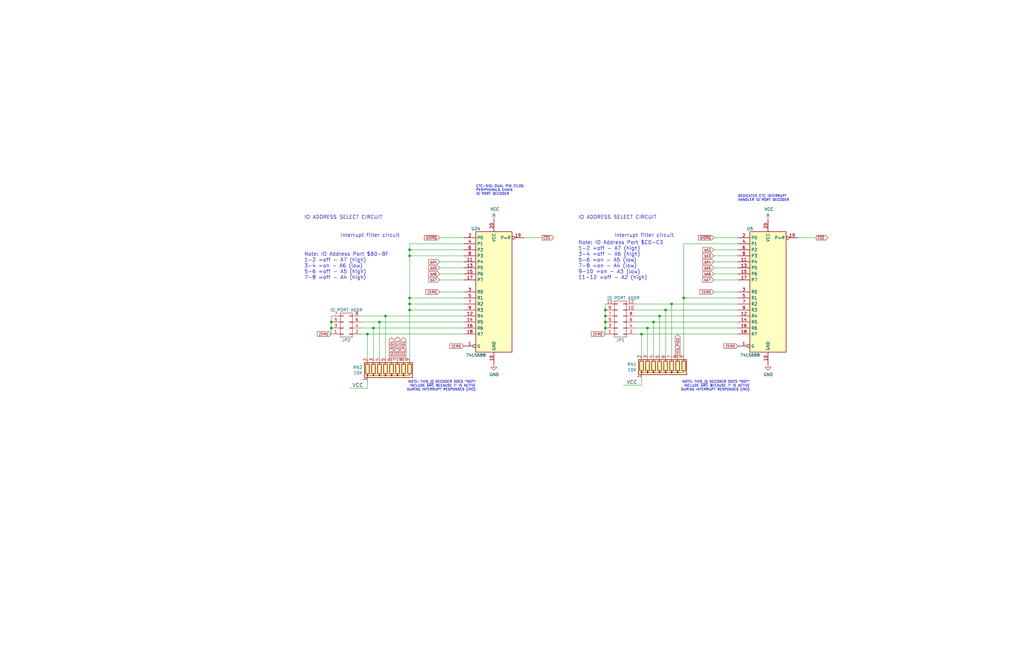
<source format=kicad_sch>
(kicad_sch (version 20211123) (generator eeschema)
  (paper "B")
  (lib_symbols
    (symbol "74xx:74LS688"
      (property "Reference" "U" (at -7.62 26.67 0))
      (property "Value" "74LS688" (at -7.62 -26.67 0))
      (symbol "74LS688_1_0"
        (pin input inverted (at -12.7 -22.86 0) (length 5.08) (name "G") (number "1"))
        (pin power_in line (at 0 -30.48 90) (length 5.08) (name "GND") (number "10"))
        (pin input line (at -12.7 12.7 0) (length 5.08) (name "P4") (number "11"))
        (pin input line (at -12.7 -10.16 0) (length 5.08) (name "R4") (number "12"))
        (pin input line (at -12.7 10.16 0) (length 5.08) (name "P5") (number "13"))
        (pin input line (at -12.7 -12.7 0) (length 5.08) (name "R5") (number "14"))
        (pin input line (at -12.7 7.62 0) (length 5.08) (name "P6") (number "15"))
        (pin input line (at -12.7 -15.24 0) (length 5.08) (name "R6") (number "16"))
        (pin input line (at -12.7 5.08 0) (length 5.08) (name "P7") (number "17"))
        (pin input line (at -12.7 -17.78 0) (length 5.08) (name "R7") (number "18"))
        (pin output inverted (at 12.7 22.86 180) (length 5.08) (name "P=R") (number "19"))
        (pin input line (at -12.7 22.86 0) (length 5.08) (name "P0") (number "2"))
        (pin power_in line (at 0 30.48 270) (length 5.08) (name "VCC") (number "20"))
        (pin input line (at -12.7 0 0) (length 5.08) (name "R0") (number "3"))
        (pin input line (at -12.7 20.32 0) (length 5.08) (name "P1") (number "4"))
        (pin input line (at -12.7 -2.54 0) (length 5.08) (name "R1") (number "5"))
        (pin input line (at -12.7 17.78 0) (length 5.08) (name "P2") (number "6"))
        (pin input line (at -12.7 -5.08 0) (length 5.08) (name "R2") (number "7"))
        (pin input line (at -12.7 15.24 0) (length 5.08) (name "P3") (number "8"))
        (pin input line (at -12.7 -7.62 0) (length 5.08) (name "R3") (number "9"))
      )
      (symbol "74LS688_1_1"
        (rectangle (start -7.62 25.4) (end 7.62 -25.4) (stroke (width 0.254)) (fill (type background)))
      )
    )
    (symbol "input-output.Zilog-rescue:CONN_02X04-conn" (pin_names (offset 0.0254) hide)
      (property "Reference" "J" (at 0 6.35 0))
      (property "Value" "CONN_02X04-conn" (at 0 -6.35 0))
      (symbol "CONN_02X04-conn_0_1"
        (rectangle (start -2.54 -3.683) (end -1.27 -3.937))
        (rectangle (start -2.54 -1.143) (end -1.27 -1.397))
        (rectangle (start -2.54 1.397) (end -1.27 1.143))
        (rectangle (start -2.54 3.937) (end -1.27 3.683))
        (rectangle (start -2.54 5.08) (end 2.54 -5.08))
        (rectangle (start 1.27 -3.683) (end 2.54 -3.937))
        (rectangle (start 1.27 -1.143) (end 2.54 -1.397))
        (rectangle (start 1.27 1.397) (end 2.54 1.143))
        (rectangle (start 1.27 3.937) (end 2.54 3.683))
      )
      (symbol "CONN_02X04-conn_1_1"
        (pin passive line (at -6.35 3.81 0) (length 3.81) (name "P1") (number "1"))
        (pin passive line (at 6.35 3.81 180) (length 3.81) (name "P2") (number "2"))
        (pin passive line (at -6.35 1.27 0) (length 3.81) (name "P3") (number "3"))
        (pin passive line (at 6.35 1.27 180) (length 3.81) (name "P4") (number "4"))
        (pin passive line (at -6.35 -1.27 0) (length 3.81) (name "P5") (number "5"))
        (pin passive line (at 6.35 -1.27 180) (length 3.81) (name "P6") (number "6"))
        (pin passive line (at -6.35 -3.81 0) (length 3.81) (name "P7") (number "7"))
        (pin passive line (at 6.35 -3.81 180) (length 3.81) (name "P8") (number "8"))
      )
    )
    (symbol "input-output.Zilog-rescue:CONN_02X06-conn" (pin_names (offset 0.0254) hide)
      (property "Reference" "J" (at 0 8.89 0))
      (property "Value" "CONN_02X06-conn" (at 0 -8.89 0))
      (symbol "CONN_02X06-conn_0_1"
        (rectangle (start -2.54 -6.223) (end -1.27 -6.477))
        (rectangle (start -2.54 -3.683) (end -1.27 -3.937))
        (rectangle (start -2.54 -1.143) (end -1.27 -1.397))
        (rectangle (start -2.54 1.397) (end -1.27 1.143))
        (rectangle (start -2.54 3.937) (end -1.27 3.683))
        (rectangle (start -2.54 6.477) (end -1.27 6.223))
        (rectangle (start -2.54 7.62) (end 2.54 -7.62))
        (rectangle (start 1.27 -6.223) (end 2.54 -6.477))
        (rectangle (start 1.27 -3.683) (end 2.54 -3.937))
        (rectangle (start 1.27 -1.143) (end 2.54 -1.397))
        (rectangle (start 1.27 1.397) (end 2.54 1.143))
        (rectangle (start 1.27 3.937) (end 2.54 3.683))
        (rectangle (start 1.27 6.477) (end 2.54 6.223))
      )
      (symbol "CONN_02X06-conn_1_1"
        (pin passive line (at -6.35 6.35 0) (length 3.81) (name "P1") (number "1"))
        (pin passive line (at 6.35 -3.81 180) (length 3.81) (name "P10") (number "10"))
        (pin passive line (at -6.35 -6.35 0) (length 3.81) (name "P11") (number "11"))
        (pin passive line (at 6.35 -6.35 180) (length 3.81) (name "P12") (number "12"))
        (pin passive line (at 6.35 6.35 180) (length 3.81) (name "P2") (number "2"))
        (pin passive line (at -6.35 3.81 0) (length 3.81) (name "P3") (number "3"))
        (pin passive line (at 6.35 3.81 180) (length 3.81) (name "P4") (number "4"))
        (pin passive line (at -6.35 1.27 0) (length 3.81) (name "P5") (number "5"))
        (pin passive line (at 6.35 1.27 180) (length 3.81) (name "P6") (number "6"))
        (pin passive line (at -6.35 -1.27 0) (length 3.81) (name "P7") (number "7"))
        (pin passive line (at 6.35 -1.27 180) (length 3.81) (name "P8") (number "8"))
        (pin passive line (at -6.35 -3.81 0) (length 3.81) (name "P9") (number "9"))
      )
    )
    (symbol "input-output.Zilog-rescue:R_Network08-device" (pin_names (offset 0) hide)
      (property "Reference" "RN" (at -12.7 0 90))
      (property "Value" "R_Network08-device" (at 10.16 0 90))
      (symbol "R_Network08-device_0_1"
        (rectangle (start -11.43 -3.175) (end 8.89 3.175) (stroke (width 0.254)) (fill (type background)))
        (rectangle (start -10.922 1.524) (end -9.398 -2.54) (stroke (width 0.254)))
        (circle (center -10.16 2.286) (radius 0.254) (fill (type outline)))
        (rectangle (start -8.382 1.524) (end -6.858 -2.54) (stroke (width 0.254)))
        (circle (center -7.62 2.286) (radius 0.254) (fill (type outline)))
        (rectangle (start -5.842 1.524) (end -4.318 -2.54) (stroke (width 0.254)))
        (circle (center -5.08 2.286) (radius 0.254) (fill (type outline)))
        (rectangle (start -3.302 1.524) (end -1.778 -2.54) (stroke (width 0.254)))
        (circle (center -2.54 2.286) (radius 0.254) (fill (type outline)))
        (rectangle (start -0.762 1.524) (end 0.762 -2.54) (stroke (width 0.254)))
        (polyline (pts (xy -10.16 -2.54) (xy -10.16 -3.81)))
        (polyline (pts (xy -7.62 -2.54) (xy -7.62 -3.81)))
        (polyline (pts (xy -5.08 -2.54) (xy -5.08 -3.81)))
        (polyline (pts (xy -2.54 -2.54) (xy -2.54 -3.81)))
        (polyline (pts (xy 0 -2.54) (xy 0 -3.81)))
        (polyline (pts (xy 2.54 -2.54) (xy 2.54 -3.81)))
        (polyline (pts (xy 5.08 -2.54) (xy 5.08 -3.81)))
        (polyline (pts (xy 7.62 -2.54) (xy 7.62 -3.81)))
        (polyline (pts (xy -10.16 1.524) (xy -10.16 2.286) (xy -7.62 2.286) (xy -7.62 1.524)))
        (polyline (pts (xy -7.62 1.524) (xy -7.62 2.286) (xy -5.08 2.286) (xy -5.08 1.524)))
        (polyline (pts (xy -5.08 1.524) (xy -5.08 2.286) (xy -2.54 2.286) (xy -2.54 1.524)))
        (polyline (pts (xy -2.54 1.524) (xy -2.54 2.286) (xy 0 2.286) (xy 0 1.524)))
        (polyline (pts (xy 0 1.524) (xy 0 2.286) (xy 2.54 2.286) (xy 2.54 1.524)))
        (polyline (pts (xy 2.54 1.524) (xy 2.54 2.286) (xy 5.08 2.286) (xy 5.08 1.524)))
        (polyline (pts (xy 5.08 1.524) (xy 5.08 2.286) (xy 7.62 2.286) (xy 7.62 1.524)))
        (circle (center 0 2.286) (radius 0.254) (fill (type outline)))
        (rectangle (start 1.778 1.524) (end 3.302 -2.54) (stroke (width 0.254)))
        (circle (center 2.54 2.286) (radius 0.254) (fill (type outline)))
        (rectangle (start 4.318 1.524) (end 5.842 -2.54) (stroke (width 0.254)))
        (circle (center 5.08 2.286) (radius 0.254) (fill (type outline)))
        (rectangle (start 6.858 1.524) (end 8.382 -2.54) (stroke (width 0.254)))
      )
      (symbol "R_Network08-device_1_1"
        (pin passive line (at -10.16 5.08 270) (length 2.54) (name "common") (number "1"))
        (pin passive line (at -10.16 -5.08 90) (length 1.27) (name "R1") (number "2"))
        (pin passive line (at -7.62 -5.08 90) (length 1.27) (name "R2") (number "3"))
        (pin passive line (at -5.08 -5.08 90) (length 1.27) (name "R3") (number "4"))
        (pin passive line (at -2.54 -5.08 90) (length 1.27) (name "R4") (number "5"))
        (pin passive line (at 0 -5.08 90) (length 1.27) (name "R5") (number "6"))
        (pin passive line (at 2.54 -5.08 90) (length 1.27) (name "R6") (number "7"))
        (pin passive line (at 5.08 -5.08 90) (length 1.27) (name "R7") (number "8"))
        (pin passive line (at 7.62 -5.08 90) (length 1.27) (name "R8") (number "9"))
      )
    )
    (symbol "power:GND" (power) (pin_names (offset 0))
      (property "Value" "GND" (at 0 -3.81 0))
      (symbol "GND_0_1"
        (polyline (pts (xy 0 0) (xy 0 -1.27) (xy 1.27 -1.27) (xy 0 -2.54) (xy -1.27 -1.27) (xy 0 -1.27)))
      )
      (symbol "GND_1_1"
        (pin power_in line (at 0 0 270) (length 0) hide (name "GND") (number "1"))
      )
    )
    (symbol "power:VCC" (power) (pin_names (offset 0))
      (property "Value" "VCC" (at 0 3.81 0))
      (symbol "VCC_0_1"
        (polyline (pts (xy -0.762 1.27) (xy 0 2.54)))
        (polyline (pts (xy 0 0) (xy 0 2.54)))
        (polyline (pts (xy 0 2.54) (xy 0.762 1.27)))
      )
      (symbol "VCC_1_1"
        (pin power_in line (at 0 0 90) (length 0) hide (name "VCC") (number "1"))
      )
    )
  )
  (junction (at 139.7 138.43))
  (junction (at 160.02 135.89))
  (junction (at 172.72 130.81))
  (junction (at 172.72 107.95))
  (junction (at 172.72 128.27))
  (junction (at 162.56 133.35))
  (junction (at 255.27 135.89))
  (junction (at 273.05 138.43))
  (junction (at 280.67 130.81))
  (junction (at 157.48 138.43))
  (junction (at 139.7 135.89))
  (junction (at 154.94 140.97))
  (junction (at 255.27 130.81))
  (junction (at 172.72 125.73))
  (junction (at 275.59 135.89))
  (junction (at 255.27 133.35))
  (junction (at 172.72 105.41))
  (junction (at 288.29 125.73))
  (junction (at 255.27 138.43))
  (junction (at 270.51 140.97))
  (junction (at 283.21 128.27))
  (junction (at 278.13 133.35))
  (wire (pts (xy 152.4 138.43) (xy 157.48 138.43)))
  (wire (pts (xy 139.7 135.89) (xy 139.7 138.43)))
  (wire (pts (xy 160.02 151.13) (xy 160.02 135.89)))
  (wire (pts (xy 185.42 118.11) (xy 195.58 118.11)))
  (wire (pts (xy 255.27 133.35) (xy 255.27 135.89)))
  (wire (pts (xy 255.27 138.43) (xy 255.27 140.97)))
  (wire (pts (xy 288.29 102.87) (xy 311.15 102.87)))
  (wire (pts (xy 300.99 118.11) (xy 311.15 118.11)))
  (wire (pts (xy 195.58 125.73) (xy 172.72 125.73)))
  (wire (pts (xy 336.55 100.33) (xy 344.17 100.33)))
  (wire (pts (xy 185.42 100.33) (xy 195.58 100.33)))
  (wire (pts (xy 172.72 130.81) (xy 172.72 128.27)))
  (wire (pts (xy 275.59 135.89) (xy 311.15 135.89)))
  (wire (pts (xy 185.42 113.03) (xy 195.58 113.03)))
  (wire (pts (xy 300.99 105.41) (xy 311.15 105.41)))
  (wire (pts (xy 267.97 130.81) (xy 280.67 130.81)))
  (wire (pts (xy 185.42 115.57) (xy 195.58 115.57)))
  (wire (pts (xy 172.72 151.13) (xy 172.72 130.81)))
  (wire (pts (xy 255.27 130.81) (xy 255.27 128.27)))
  (wire (pts (xy 273.05 149.86) (xy 273.05 138.43)))
  (wire (pts (xy 267.97 138.43) (xy 273.05 138.43)))
  (wire (pts (xy 172.72 102.87) (xy 195.58 102.87)))
  (wire (pts (xy 185.42 123.19) (xy 195.58 123.19)))
  (wire (pts (xy 195.58 130.81) (xy 172.72 130.81)))
  (wire (pts (xy 270.51 149.86) (xy 270.51 140.97)))
  (wire (pts (xy 255.27 133.35) (xy 255.27 130.81)))
  (wire (pts (xy 154.94 151.13) (xy 154.94 140.97)))
  (wire (pts (xy 311.15 125.73) (xy 288.29 125.73)))
  (wire (pts (xy 172.72 107.95) (xy 172.72 105.41)))
  (wire (pts (xy 154.94 140.97) (xy 195.58 140.97)))
  (wire (pts (xy 278.13 149.86) (xy 278.13 133.35)))
  (wire (pts (xy 300.99 110.49) (xy 311.15 110.49)))
  (wire (pts (xy 172.72 105.41) (xy 172.72 102.87)))
  (wire (pts (xy 288.29 102.87) (xy 288.29 125.73)))
  (wire (pts (xy 267.97 135.89) (xy 275.59 135.89)))
  (wire (pts (xy 300.99 115.57) (xy 311.15 115.57)))
  (wire (pts (xy 139.7 133.35) (xy 139.7 135.89)))
  (wire (pts (xy 283.21 128.27) (xy 267.97 128.27)))
  (wire (pts (xy 157.48 138.43) (xy 195.58 138.43)))
  (wire (pts (xy 300.99 113.03) (xy 311.15 113.03)))
  (wire (pts (xy 162.56 151.13) (xy 162.56 133.35)))
  (wire (pts (xy 270.51 140.97) (xy 311.15 140.97)))
  (wire (pts (xy 152.4 133.35) (xy 162.56 133.35)))
  (wire (pts (xy 280.67 149.86) (xy 280.67 130.81)))
  (wire (pts (xy 267.97 140.97) (xy 270.51 140.97)))
  (wire (pts (xy 147.32 163.83) (xy 154.94 163.83)))
  (wire (pts (xy 195.58 105.41) (xy 172.72 105.41)))
  (wire (pts (xy 288.29 125.73) (xy 288.29 149.86)))
  (wire (pts (xy 283.21 128.27) (xy 311.15 128.27)))
  (wire (pts (xy 172.72 125.73) (xy 172.72 107.95)))
  (wire (pts (xy 139.7 138.43) (xy 139.7 140.97)))
  (wire (pts (xy 270.51 162.56) (xy 270.51 160.02)))
  (wire (pts (xy 275.59 149.86) (xy 275.59 135.89)))
  (wire (pts (xy 185.42 110.49) (xy 195.58 110.49)))
  (wire (pts (xy 172.72 128.27) (xy 172.72 125.73)))
  (wire (pts (xy 283.21 149.86) (xy 283.21 128.27)))
  (wire (pts (xy 162.56 133.35) (xy 195.58 133.35)))
  (wire (pts (xy 152.4 135.89) (xy 160.02 135.89)))
  (wire (pts (xy 152.4 140.97) (xy 154.94 140.97)))
  (wire (pts (xy 280.67 130.81) (xy 311.15 130.81)))
  (wire (pts (xy 278.13 133.35) (xy 311.15 133.35)))
  (wire (pts (xy 195.58 128.27) (xy 172.72 128.27)))
  (wire (pts (xy 300.99 123.19) (xy 311.15 123.19)))
  (wire (pts (xy 195.58 107.95) (xy 172.72 107.95)))
  (wire (pts (xy 273.05 138.43) (xy 311.15 138.43)))
  (wire (pts (xy 262.89 162.56) (xy 270.51 162.56)))
  (wire (pts (xy 255.27 135.89) (xy 255.27 138.43)))
  (wire (pts (xy 154.94 163.83) (xy 154.94 161.29)))
  (wire (pts (xy 300.99 107.95) (xy 311.15 107.95)))
  (wire (pts (xy 160.02 135.89) (xy 195.58 135.89)))
  (wire (pts (xy 220.98 100.33) (xy 228.6 100.33)))
  (wire (pts (xy 267.97 133.35) (xy 278.13 133.35)))
  (wire (pts (xy 157.48 151.13) (xy 157.48 138.43)))
  (wire (pts (xy 300.99 100.33) (xy 311.15 100.33)))
  (text "IO ADDRESS SELECT CIRCUIT" (at 128.27 92.71 0) (effects (font (size 1.524 1.524)) (justify left bottom)))
  (text "Note: IO Address Port $C0-C3\n1-2 =off - A7 (high)\n3-4 =off - A6 (high)\n5-6 =on - A5 (low)\n7-8 =on - A4 (low)\n9-10 =on - A3 (low)\n11-12 =off - A2 (high)" (at 243.84 118.11 0) (effects (font (size 1.524 1.524)) (justify left bottom)))
  (text "IO ADDRESS SELECT CIRCUIT" (at 243.84 92.71 0) (effects (font (size 1.524 1.524)) (justify left bottom)))
  (text "DEDICATED CTC INTERRUPT\nHANDLER IO PORT DECODER\n" (at 311.15 85.09 0) (effects (font (size 1.016 1.016)) (justify left bottom)))
  (text "Interrupt filter circuit" (at 259.08 100.33 0) (effects (font (size 1.524 1.524)) (justify left bottom)))
  (text "Interrupt filter circuit" (at 143.51 100.33 0) (effects (font (size 1.524 1.524)) (justify left bottom)))
  (text "Note: IO Address Port $B0-BF\n1-2 =off - A7 (high)\n3-4 =on - A6 (low)\n5-6 =off - A5 (high)\n7-8 =off - A4 (high)" (at 128.27 118.11 0) (effects (font (size 1.524 1.524)) (justify left bottom)))
  (text "NOTE: THIS IO DECODER DOES *NOT*\nINCLUDE ~{bM1} BECAUSE IT IS ACTIVE\nDURING INTERRUPT RESPONSES (IM2)" (at 316.23 165.1 180) (effects (font (size 1.016 1.016)) (justify right bottom)))
  (text "NOTE: THIS IO DECODER DOES *NOT*\nINCLUDE ~{bM1} BECAUSE IT IS ACTIVE\nDURING INTERRUPT RESPONSES (IM2)" (at 200.66 165.1 180) (effects (font (size 1.016 1.016)) (justify right bottom)))
  (text "CTC-SIO-DUAL PIO ZILOG\nPERIPHERALS CHAIN\nIO PORT DECODER\n" (at 200.66 82.55 0) (effects (font (size 1.016 1.016)) (justify left bottom)))
  (label "VCC" (at 148.59 163.83 0) (effects (font (size 1.524 1.524))))
  (label "VCC" (at 264.16 162.56 0) (effects (font (size 1.524 1.524))))
  (global_label "ZERO" (shape input) (at 195.58 146.05 180) (effects (font (size 1.016 1.016))) (property "Intersheet References" "${INTERSHEET_REFS}" (effects hide)))
  (global_label "~{CS1}" (shape output) (at 228.6 100.33 0) (effects (font (size 1.016 1.016))) (property "Intersheet References" "${INTERSHEET_REFS}" (effects hide)))
  (global_label "bA2" (shape input) (at 300.99 105.41 180) (effects (font (size 1.016 1.016))) (property "Intersheet References" "${INTERSHEET_REFS}" (effects hide)))
  (global_label "bA7" (shape input) (at 185.42 118.11 180) (effects (font (size 1.016 1.016))) (property "Intersheet References" "${INTERSHEET_REFS}" (effects hide)))
  (global_label "bA6" (shape input) (at 185.42 115.57 180) (effects (font (size 1.016 1.016))) (property "Intersheet References" "${INTERSHEET_REFS}" (effects hide)))
  (global_label "bA5" (shape input) (at 300.99 113.03 180) (effects (font (size 1.016 1.016))) (property "Intersheet References" "${INTERSHEET_REFS}" (effects hide)))
  (global_label "IEO_CTC1" (shape output) (at 167.64 151.13 90) (effects (font (size 1.016 1.016))) (property "Intersheet References" "${INTERSHEET_REFS}" (effects hide)))
  (global_label "bA7" (shape input) (at 300.99 118.11 180) (effects (font (size 1.016 1.016))) (property "Intersheet References" "${INTERSHEET_REFS}" (effects hide)))
  (global_label "bA3" (shape input) (at 300.99 107.95 180) (effects (font (size 1.016 1.016))) (property "Intersheet References" "${INTERSHEET_REFS}" (effects hide)))
  (global_label "IEO_PIO2" (shape output) (at 285.75 149.86 90) (effects (font (size 1.016 1.016))) (property "Intersheet References" "${INTERSHEET_REFS}" (effects hide)))
  (global_label "~{bIORQ}" (shape input) (at 300.99 100.33 180) (effects (font (size 1.016 1.016))) (property "Intersheet References" "${INTERSHEET_REFS}" (effects hide)))
  (global_label "IEO_SIO1" (shape output) (at 165.1 151.13 90) (effects (font (size 1.016 1.016))) (property "Intersheet References" "${INTERSHEET_REFS}" (effects hide)))
  (global_label "IEO_PIO1" (shape output) (at 170.18 151.13 90) (effects (font (size 1.016 1.016))) (property "Intersheet References" "${INTERSHEET_REFS}" (effects hide)))
  (global_label "~{CS2}" (shape output) (at 344.17 100.33 0) (effects (font (size 1.016 1.016))) (property "Intersheet References" "${INTERSHEET_REFS}" (effects hide)))
  (global_label "bA4" (shape input) (at 300.99 110.49 180) (effects (font (size 1.016 1.016))) (property "Intersheet References" "${INTERSHEET_REFS}" (effects hide)))
  (global_label "bA4" (shape input) (at 185.42 110.49 180) (effects (font (size 1.016 1.016))) (property "Intersheet References" "${INTERSHEET_REFS}" (effects hide)))
  (global_label "ZERO" (shape input) (at 311.15 146.05 180) (effects (font (size 1.016 1.016))) (property "Intersheet References" "${INTERSHEET_REFS}" (effects hide)))
  (global_label "ZERO" (shape input) (at 300.99 123.19 180) (effects (font (size 1.016 1.016))) (property "Intersheet References" "${INTERSHEET_REFS}" (effects hide)))
  (global_label "bA5" (shape input) (at 185.42 113.03 180) (effects (font (size 1.016 1.016))) (property "Intersheet References" "${INTERSHEET_REFS}" (effects hide)))
  (global_label "ZERO" (shape input) (at 185.42 123.19 180) (effects (font (size 1.016 1.016))) (property "Intersheet References" "${INTERSHEET_REFS}" (effects hide)))
  (global_label "~{bIORQ}" (shape input) (at 185.42 100.33 180) (effects (font (size 1.016 1.016))) (property "Intersheet References" "${INTERSHEET_REFS}" (effects hide)))
  (global_label "bA6" (shape input) (at 300.99 115.57 180) (effects (font (size 1.016 1.016))) (property "Intersheet References" "${INTERSHEET_REFS}" (effects hide)))
  (global_label "ZERO" (shape input) (at 255.27 140.97 180) (effects (font (size 1.016 1.016))) (property "Intersheet References" "${INTERSHEET_REFS}" (effects hide)))
  (global_label "ZERO" (shape input) (at 139.7 140.97 180) (effects (font (size 1.016 1.016))) (property "Intersheet References" "${INTERSHEET_REFS}" (effects hide)))
  (symbol (lib_id "input-output.Zilog-rescue:CONN_02X06-conn") (at 261.62 134.62 0) (mirror x) (unit 1)
    (property "Reference" "JP1" (at 261.62 143.51 0))
    (property "Value" "IO PORT ADDR" (at 262.89 125.73 0))
    (property "Footprint" "Connector_PinHeader_2.54mm:PinHeader_2x06_P2.54mm_Vertical" (effects hide))
  )
  (symbol (lib_id "74xx:74LS688") (at 323.85 123.19 0) (unit 1)
    (property "Reference" "U5" (at 316.23 96.52 0))
    (property "Value" "74LS688" (at 316.23 149.86 0))
    (property "Footprint" "Package_DIP:DIP-20_W7.62mm" (effects hide))
    (property "Datasheet" "http://www.ti.com/lit/gpn/sn74LS688" (effects hide))
  )
  (symbol (lib_id "power:VCC") (at 323.85 92.71 0) (unit 1)
    (property "Reference" "#PWR01" (effects hide))
    (property "Value" "VCC" (at 324.231 88.3158 0))
  )
  (symbol (lib_id "power:GND") (at 323.85 153.67 0) (unit 1)
    (property "Reference" "#PWR03" (effects hide))
    (property "Value" "GND" (at 323.977 158.0642 0))
  )
  (symbol (lib_id "input-output.Zilog-rescue:R_Network08-device") (at 280.67 154.94 0) (mirror x) (unit 1)
    (property "Reference" "RN1" (at 268.478 153.7716 0) (effects (justify right)))
    (property "Value" "10K" (at 268.478 156.083 0) (effects (justify right)))
    (property "Footprint" "Resistor_THT:R_Array_SIP9" (effects hide))
    (property "Datasheet" "http://www.vishay.com/docs/31509/csc.pdf" (effects hide))
  )
  (symbol (lib_id "input-output.Zilog-rescue:CONN_02X04-conn") (at 146.05 137.16 0) (mirror x) (unit 1)
    (property "Reference" "JP2" (at 146.05 143.51 0))
    (property "Value" "IO PORT ADDR" (at 146.05 130.81 0))
    (property "Footprint" "Connector_PinHeader_2.54mm:PinHeader_2x04_P2.54mm_Vertical" (effects hide))
  )
  (symbol (lib_id "74xx:74LS688") (at 208.28 123.19 0) (unit 1)
    (property "Reference" "U24" (at 200.66 96.52 0))
    (property "Value" "74LS688" (at 200.66 149.86 0))
    (property "Footprint" "Package_DIP:DIP-20_W7.62mm" (effects hide))
    (property "Datasheet" "http://www.ti.com/lit/gpn/sn74LS688" (effects hide))
  )
  (symbol (lib_id "power:VCC") (at 208.28 92.71 0) (unit 1)
    (property "Reference" "#PWR09" (effects hide))
    (property "Value" "VCC" (at 208.661 88.3158 0))
  )
  (symbol (lib_id "power:GND") (at 208.28 153.67 0) (unit 1)
    (property "Reference" "#PWR013" (effects hide))
    (property "Value" "GND" (at 208.407 158.0642 0))
  )
  (symbol (lib_id "input-output.Zilog-rescue:R_Network08-device") (at 165.1 156.21 0) (mirror x) (unit 1)
    (property "Reference" "RN2" (at 152.908 155.0416 0) (effects (justify right)))
    (property "Value" "10K" (at 152.908 157.353 0) (effects (justify right)))
    (property "Footprint" "Resistor_THT:R_Array_SIP9" (effects hide))
    (property "Datasheet" "http://www.vishay.com/docs/31509/csc.pdf" (effects hide))
  )
)
</source>
